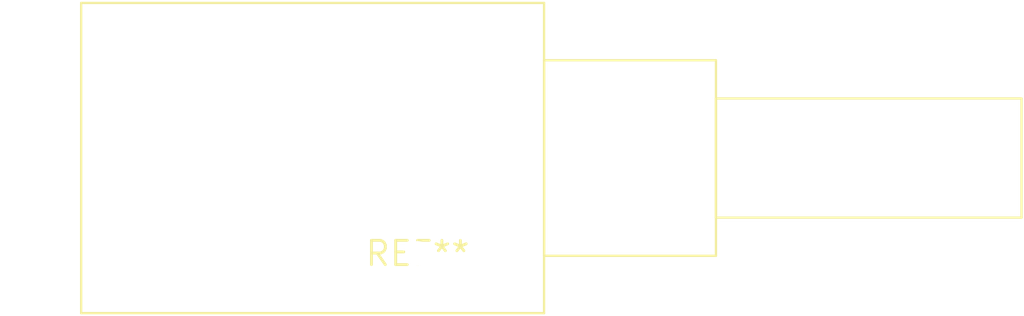
<source format=kicad_pcb>
(kicad_pcb (version 20240108) (generator pcbnew)
  (layers (0 "F.Cu" signal) (31 "B.Cu" signal) (34 "B.Paste" user) (35 "F.Paste" user) (36 "B.SilkS" user "B.Silkscreen") (37 "F.SilkS" user "F.Silkscreen") (38 "B.Mask" user) (39 "F.Mask" user) (44 "Edge.Cuts" user))
  (net 0 "")
  (footprint "Potentiometer_Piher_PC-16_Triple_Horizontal" (layer "F.Cu") (at 0 0)
    (property "Reference" "REF**")
    (property "Value" "Potentiometer_Piher_PC-16_Triple_Horizontal")
    (fp_line (start -17.62 -13.12) (end -17.62 3.12) (layer "F.SilkS") (stroke (width 0.12)))
    (fp_line (start -17.62 -13.12) (end 6.62 -13.12) (layer "F.SilkS") (stroke (width 0.12)))
    (fp_line (start -17.62 3.12) (end 6.62 3.12) (layer "F.SilkS") (stroke (width 0.12)))
    (fp_line (start 6.62 -13.12) (end 6.62 3.12) (layer "F.SilkS") (stroke (width 0.12)))
    (fp_line (start 6.62 -10.12) (end 6.62 0.12) (layer "F.SilkS") (stroke (width 0.12)))
    (fp_line (start 6.62 -10.12) (end 15.62 -10.12) (layer "F.SilkS") (stroke (width 0.12)))
    (fp_line (start 6.62 0.12) (end 15.62 0.12) (layer "F.SilkS") (stroke (width 0.12)))
    (fp_line (start 15.62 -10.12) (end 15.62 0.12) (layer "F.SilkS") (stroke (width 0.12)))
    (fp_line (start 15.62 -8.12) (end 15.62 -1.879) (layer "F.SilkS") (stroke (width 0.12)))
    (fp_line (start 15.62 -8.12) (end 31.62 -8.12) (layer "F.SilkS") (stroke (width 0.12)))
    (fp_line (start 15.62 -1.879) (end 31.62 -1.879) (layer "F.SilkS") (stroke (width 0.12)))
    (fp_line (start 31.62 -8.12) (end 31.62 -1.879) (layer "F.SilkS") (stroke (width 0.12)))
    (pad "1" thru_hole circle (at 0 0) (size 2.34 2.34) (drill 1.3) (layers *.Cu *.Mask) (remove_unused_layers))
    (pad "2" thru_hole circle (at 0 -5) (size 2.34 2.34) (drill 1.3) (layers *.Cu *.Mask) (remove_unused_layers))
    (pad "3" thru_hole circle (at 0 -10) (size 2.34 2.34) (drill 1.3) (layers *.Cu *.Mask) (remove_unused_layers))
    (pad "4" thru_hole circle (at -7.5 0) (size 2.34 2.34) (drill 1.3) (layers *.Cu *.Mask) (remove_unused_layers))
    (pad "5" thru_hole circle (at -7.5 -5) (size 2.34 2.34) (drill 1.3) (layers *.Cu *.Mask) (remove_unused_layers))
    (pad "6" thru_hole circle (at -7.5 -10) (size 2.34 2.34) (drill 1.3) (layers *.Cu *.Mask) (remove_unused_layers))
    (pad "7" thru_hole circle (at -15 0) (size 2.34 2.34) (drill 1.3) (layers *.Cu *.Mask) (remove_unused_layers))
    (pad "8" thru_hole circle (at -15 -5) (size 2.34 2.34) (drill 1.3) (layers *.Cu *.Mask) (remove_unused_layers))
    (pad "9" thru_hole circle (at -15 -10) (size 2.34 2.34) (drill 1.3) (layers *.Cu *.Mask) (remove_unused_layers))
  )
)
</source>
